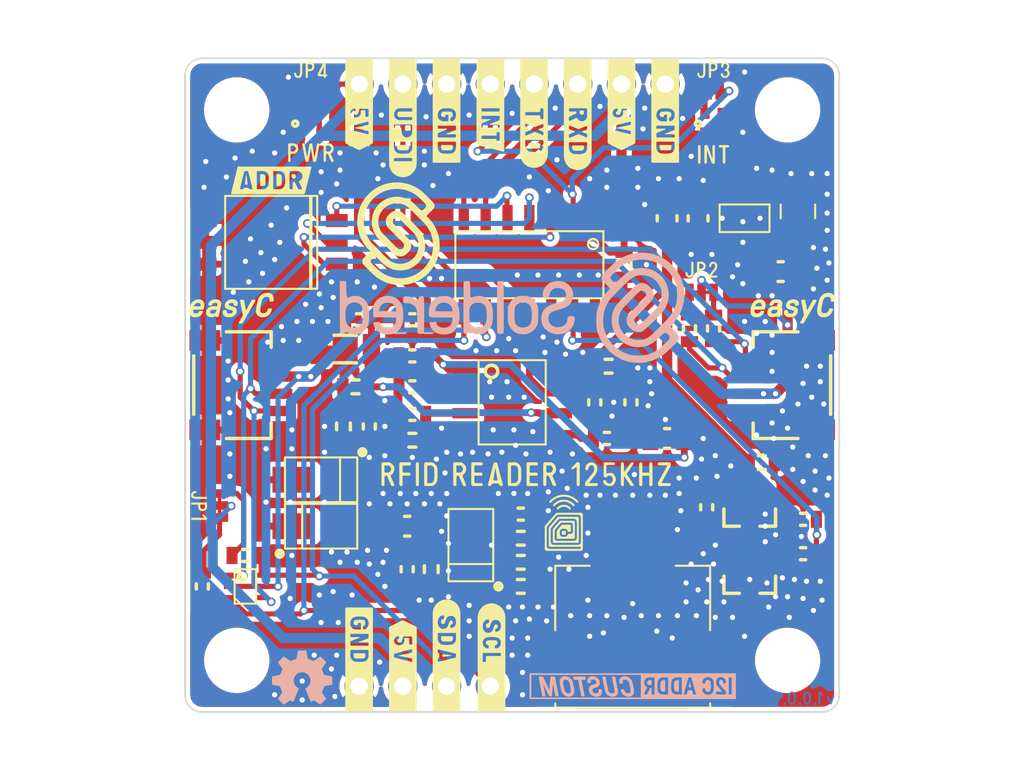
<source format=kicad_pcb>
(kicad_pcb (version 20211014) (generator pcbnew)
  (layers (0 "F.Cu" signal) (31 "B.Cu" signal) (34 "B.Paste" user) (35 "F.Paste" user) (36 "B.SilkS" user "B.Silkscreen") (37 "F.SilkS" user "F.Silkscreen") (38 "B.Mask" user) (39 "F.Mask" user) (44 "Edge.Cuts" user))
  (net 0 "")
  (net 1 "5V")
  (net 2 "GND")
  (net 3 "Net-(C3-Pad2)")
  (net 4 "Net-(C6-Pad2)")
  (net 5 "Net-(C7-Pad2)")
  (net 6 "Net-(C9-Pad2)")
  (net 7 "OUT1")
  (net 8 "Net-(C12-Pad2)")
  (net 9 "3V3")
  (net 10 "Net-(D1-Pad1)")
  (net 11 "Net-(D4-Pad1)")
  (net 12 "Net-(D5-Pad1)")
  (net 13 "SCL_PULL5")
  (net 14 "SDA_PULL5")
  (net 15 "SCL_PULL3,3")
  (net 16 "SDA_PULL3,3")
  (net 17 "DO")
  (net 18 "Net-(JP3-Pad2)")
  (net 19 "Net-(JP4-Pad2)")
  (net 20 "Net-(K1-Pad2)")
  (net 21 "UPDI")
  (net 22 "SCL")
  (net 23 "SDA")
  (net 24 "RXD")
  (net 25 "TXD")
  (net 26 "SDA5")
  (net 27 "SCL5")
  (net 28 "Net-(L1-Pad1)")
  (net 29 "Net-(Q1-Pad1)")
  (net 30 "Net-(Q1-Pad2)")
  (net 31 "Net-(Q2-Pad1)")
  (net 32 "PA3")
  (net 33 "REF")
  (net 34 "Net-(R11-Pad2)")
  (net 35 "Net-(R14-Pad2)")
  (net 36 "PA1")
  (net 37 "PA5")
  (net 38 "PA6")
  (net 39 "PA7")
  (footprint "buzzardLabel" (layer "F.Cu") (at 105.35 111.6 -90)
    (fp_text reference "")
    (fp_text value "")
  )
  (footprint "Soldered Graphics:Logo-Back-SolderedFULL-20mm" (layer "F.Cu") (at 99 126.5)
    (fp_text reference "REF**" hide)
    (fp_text value "Logo-Front-SolderedFULL-20mm" hide)
  )
  (footprint "e-radionica.com footprinti:0603R" (layer "F.Cu") (at 115.9 140.8 180)
    (fp_text reference "R2")
    (fp_text value "1K")
  )
  (footprint "e-radionica.com footprinti:0603C" (layer "F.Cu") (at 99.5 139.9)
    (fp_text reference "C3")
    (fp_text value "C0603C102K5RACTU")
  )
  (footprint "buzzardLabel" (layer "F.Cu") (at 90.11 111.6 -90)
    (fp_text reference "")
    (fp_text value "")
  )
  (footprint "e-radionica.com footprinti:HOLE_3.2mm" (layer "F.Cu") (at 115 115)
    (fp_text reference "H4" hide)
    (fp_text value "HOLE_3.2mm" hide)
  )
  (footprint "e-radionica.com footprinti:SOT-363" (layer "F.Cu") (at 83.5 142.7)
    (fp_text reference "U2")
    (fp_text value "NMOS-DUAL")
  )
  (footprint "e-radionica.com footprinti:SOT-23-3" (layer "F.Cu") (at 112.8 138.5 -90)
    (fp_text reference "Q1")
    (fp_text value "NPN")
  )
  (footprint "buzzardLabel" (layer "F.Cu") (at 95.19 111.6 -90)
    (fp_text reference "")
    (fp_text value "")
  )
  (footprint "e-radionica.com footprinti:0402R" (layer "F.Cu") (at 110.7 115.2)
    (fp_text reference "R16")
    (fp_text value "2k2")
  )
  (footprint "e-radionica.com footprinti:0603R" (layer "F.Cu") (at 90.7 133.4 -90)
    (fp_text reference "R10")
    (fp_text value "1M")
  )
  (footprint "buzzardLabel" (layer "F.Cu") (at 97.73 111.6 -90)
    (fp_text reference "")
    (fp_text value "")
  )
  (footprint "Soldered Graphics:Logo-Front-easyC-5mm" (layer "F.Cu") (at 82.7 126.5)
    (fp_text reference "G***" hide)
    (fp_text value "LOGO" hide)
  )
  (footprint "e-radionica.com footprinti:HOLE_3.2mm" (layer "F.Cu") (at 83 147)
    (fp_text reference "H1" hide)
    (fp_text value "HOLE_3.2mm" hide)
  )
  (footprint "buzzardLabel" (layer "F.Cu") (at 107.89 111.6 -90)
    (fp_text reference "")
    (fp_text value "")
  )
  (footprint "e-radionica.com footprinti:easyC-connector" (layer "F.Cu") (at 83.3 131 90)
    (fp_text reference "K5")
    (fp_text value "easyC-SMD")
  )
  (footprint "e-radionica.com footprinti:0805C" (layer "F.Cu") (at 114.6 124.4)
    (fp_text reference "C14")
    (fp_text value "C1608X7S1A475K080AC")
  )
  (footprint "e-radionica.com footprinti:0603R" (layer "F.Cu") (at 93.2 132.7)
    (fp_text reference "R12")
    (fp_text value "100K")
  )
  (footprint "e-radionica.com footprinti:HEADER-UPDI" (layer "F.Cu") (at 92.65 113.5)
    (fp_text reference "K2")
    (fp_text value "HEADER-UPDI")
  )
  (footprint "e-radionica.com footprinti:0603R" (layer "F.Cu") (at 115.9 138.8 180)
    (fp_text reference "R1")
    (fp_text value "1K")
  )
  (footprint "e-radionica.com footprinti:0603R" (layer "F.Cu") (at 93.2 131.1)
    (fp_text reference "R11")
    (fp_text value "1K")
  )
  (footprint "e-radionica.com footprinti:HOLE_3.2mm" (layer "F.Cu") (at 115 147)
    (fp_text reference "H2" hide)
    (fp_text value "HOLE_3.2mm" hide)
  )
  (footprint "e-radionica.com footprinti:0805C" (layer "F.Cu") (at 108 121.3 -90)
    (fp_text reference "C13")
    (fp_text value "CL10A226MP8NUNE")
  )
  (footprint "e-radionica.com footprinti:1206C" (layer "F.Cu") (at 89.3 128.9 180)
    (fp_text reference "C16")
    (fp_text value "10u")
  )
  (footprint "e-radionica.com footprinti:0603R" (layer "F.Cu") (at 81 142.7 -90)
    (fp_text reference "R4")
    (fp_text value "10K")
  )
  (footprint "e-radionica.com footprinti:tps613222a" (layer "F.Cu") (at 112.5 121.3 -90)
    (fp_text reference "U4")
    (fp_text value "TPS613222A")
  )
  (footprint "e-radionica.com footprinti:0603R" (layer "F.Cu") (at 90.1 127.2)
    (fp_text reference "R19")
    (fp_text value "1K")
  )
  (footprint "buzzardLabel" (layer "F.Cu") (at 92.65 150.4 -90)
    (fp_text reference "")
    (fp_text value "")
  )
  (footprint "e-radionica.com footprinti:SMD_JUMPER_3_PAD_TRACE" (layer "F.Cu") (at 82 138 90)
    (fp_text reference "JP1")
    (fp_text value "SMD_JUMPER_3_PAD_TRACE")
  )
  (footprint "e-radionica.com footprinti:0805C" (layer "F.Cu") (at 109.8 121.3 -90)
    (fp_text reference "C11")
    (fp_text value "CL10A226MP8NUNE")
  )
  (footprint "e-radionica.com footprinti:HEADER_MALE_5X1" (layer "F.Cu") (at 102.81 113.5 180)
    (fp_text reference "K4")
    (fp_text value "HEADER_MALE_5X1")
  )
  (footprint "e-radionica.com footprinti:M4_DIODA" (layer "F.Cu") (at 87.9 136.5)
    (fp_text reference "D2")
    (fp_text value "M4_DIODA")
  )
  (footprint "e-radionica.com footprinti:0603R" (layer "F.Cu") (at 105.9 132 90)
    (fp_text reference "R17")
    (fp_text value "1K")
  )
  (footprint "e-radionica.com footprinti:0402LED" (layer "F.Cu") (at 110.7 116.4 180)
    (fp_text reference "D4")
    (fp_text value "blue")
  )
  (footprint "buzzardLabel" (layer "F.Cu") (at 97.8 150.4 -90)
    (fp_text reference "")
    (fp_text value "")
  )
  (footprint "e-radionica.com footprinti:easyC-connector" (layer "F.Cu") (at 114.7 131 -90)
    (fp_text reference "K3")
    (fp_text value "easyC-SMD")
  )
  (footprint "e-radionica.com footprinti:SOIC-8-SWB" (layer "F.Cu") (at 99 132)
    (fp_text reference "U3")
    (fp_text value "LM358DR")
  )
  (footprint "buzzardLabel" (layer "F.Cu") (at 92.65 111.6 -90)
    (fp_text reference "")
    (fp_text value "")
  )
  (footprint "e-radionica.com footprinti:0603C" (layer "F.Cu") (at 89.2 133.4 -90)
    (fp_text reference "C8")
    (fp_text value "C0603C102K5RACTU")
  )
  (footprint "Soldered Graphics:Symbol-Front-RFID" (layer "F.Cu") (at 102 139)
    (fp_text reference "G***" hide)
    (fp_text value "LOGO" hide)
  )
  (footprint "e-radionica.com footprinti:0603C" (layer "F.Cu") (at 93.2 134.2)
    (fp_text reference "C9")
    (fp_text value "100n")
  )
  (footprint "e-radionica.com footprinti:HOLE_3.2mm" (layer "F.Cu") (at 83 115)
    (fp_text reference "H3" hide)
    (fp_text value "HOLE_3.2mm" hide)
  )
  (footprint "e-radionica.com footprinti:0603C" (layer "F.Cu") (at 113.5 135.5)
    (fp_text reference "C2")
    (fp_text value "100n")
  )
  (footprint "e-radionica.com footprinti:0603R" (layer "F.Cu") (at 103.8 132 90)
    (fp_text reference "R15")
    (fp_text value "1M")
  )
  (footprint "buzzardLabel" (layer "F.Cu") (at 100.27 111.6 -90)
    (fp_text reference "")
    (fp_text value "")
  )
  (footprint "e-radionica.com footprinti:0603R" (layer "F.Cu") (at 83.5 140.9 180)
    (fp_text reference "R6")
    (fp_text value "10K")
  )
  (footprint "e-radionica.com footprinti:SOT-23-3" (layer "F.Cu") (at 112.8 142.4 -90)
    (fp_text reference "Q2")
    (fp_text value "PNP")
  )
  (footprint "e-radionica.com footprinti:0402R" (layer "F.Cu") (at 87.3 115.2)
    (fp_text reference "R20")
    (fp_text value "2k2")
  )
  (footprint "e-radionica.com footprinti:HEADER_MALE_4X1" (layer "F.Cu") (at 93.92 148.5)
    (fp_text reference "K6")
    (fp_text value "HEADER_MALE_4X1")
  )
  (footprint "e-radionica.com footprinti:0805C" (layer "F.Cu") (at 92.9 139.2 180)
    (fp_text reference "C7")
    (fp_text value "CL21A475KBQNNNE")
  )
  (footprint "Soldered Graphics:Logo-Front-Soldered-6mm" (layer "F.Cu") (at 92.4 122.2)
    (fp_text reference "G***" hide)
    (fp_text value "LOGO" hide)
  )
  (footprint "e-radionica.com footprinti:0805C" (layer "F.Cu") (at 108 134.1 180)
    (fp_text reference "C12")
    (fp_text value "CL21A475KBQNNNE")
  )
  (footprint "e-radionica.com footprinti:M4_DIODA" (layer "F.Cu") (at 87.9 139.2 180)
    (fp_text reference "D3")
    (fp_text value "M4_DIODA")
  )
  (footprint "e-radionica.com footprinti:0603C" (layer "F.Cu") (at 105.5 124 -90)
    (fp_text reference "C1")
    (fp_text value "100n")
  )
  (footprint "buzzardLabel" (layer "F.Cu") (at 102.81 111.6 -90)
    (fp_text reference "")
    (fp_text value "")
  )
  (footprint "e-radionica.com footprinti:SMD_JUMPER_3_PAD_TRACE" (layer "F.Cu") (at 110 125.6 180)
    (fp_text reference "JP2")
    (fp_text value "SMD_JUMPER_3_PAD_TRACE")
  )
  (footprint "buzzardLabel" (layer "F.Cu") (at 110.7 112.7)
    (fp_text reference "")
    (fp_text value "")
  )
  (footprint "e-radionica.com footprinti:SMD-JUMPER-CONNECTED_TRACE_SLODERMASK" (layer "F.Cu") (at 87.3 113.9 180)
    (fp_text reference "JP4")
    (fp_text value "SMD-JUMPER-CONNECTED_TRACE_SLODERMASK")
  )
  (footprint "buzzardLabel" (layer "F.Cu") (at 87.3 117.5)
    (fp_text reference "")
    (fp_text value "")
  )
  (footprint "buzzardLabel" (layer "F.Cu") (at 110.7 117.6)
    (fp_text reference "")
    (fp_text value "")
  )
  (footprint "e-radionica.com footprinti:SMD-JUMPER-CONNECTED_TRACE_SLODERMASK" (layer "F.Cu") (at 110.7 113.9 180)
    (fp_text reference "JP3")
    (fp_text value "SMD-JUMPER-CONNECTED_TRACE_SLODERMASK")
  )
  (footprint "e-radionica.com footprinti:M4_DIODA" (layer "F.Cu") (at 96.6 140.3 -90)
    (fp_text reference "D1")
    (fp_text value "M4_DIODA")
  )
  (footprint "buzzardLabel" (layer "F.Cu") (at 80.8 138 -90)
    (fp_text reference "")
    (fp_text value "")
  )
  (footprint "buzzardLabel" (layer "F.Cu") (at 95.19 150.4 -90)
    (fp_text reference "")
    (fp_text value "")
  )
  (footprint "e-radionica.com footprinti:0603R" (layer "F.Cu") (at 109.3 127.7 -90)
    (fp_text reference "R3")
    (fp_text value "10K")
  )
  (footprint "e-radionica.com footprinti:FIDUCIAL_23" (layer "F.Cu") (at 106 147)
    (fp_text reference "FD1")
    (fp_text value "FIDUCIAL")
  )
  (footprint "e-radionica.com footprinti:0603C" (layer "F.Cu") (at 89.9 131.1 180)
    (fp_text reference "C15")
    (fp_text value "100n")
  )
  (footprint "e-radionica.com footprinti:0806L" (layer "F.Cu") (at 115.6 120.9 -90)
    (fp_text reference "L1")
    (fp_text value "DFE201612E-2R2M=P2")
  )
  (footprint "buzzardLabel" (layer "F.Cu") (at 85 119.1)
    (fp_text reference "")
    (fp_text value "")
  )
  (footprint "e-radionica.com footprinti:DSHP03TS-S" (layer "F.Cu") (at 85 122.7 180)
    (fp_text reference "K7")
    (fp_text value "DSHP03TS-S")
  )
  (footprint "e-radionica.com footprinti:0603R" (layer "F.Cu") (at 110.7 127.7 90)
    (fp_text reference "R7")
    (fp_text value "10K")
  )
  (footprint "e-radionica.com footprinti:0402LED" (layer "F.Cu") (at 87.3 116.4 180)
    (fp_text reference "D5")
    (fp_text value "blue")
  )
  (footprint "e-radionica.com footprinti:0603R" (layer "F.Cu") (at 92.9 141.7 90)
    (fp_text reference "R9")
    (fp_text value "1M")
  )
  (footprint "e-radionica.com footprinti:0603C" (layer "F.Cu") (at 104.6 129.9 180)
    (fp_text reference "C10")
    (fp_text value "100n")
  )
  (footprint "e-radionica.com footprinti:0603C" (layer "F.Cu") (at 99.5 141.3)
    (fp_text reference "C4")
    (fp_text value "C0603C102K5RACTU")
  )
  (footprint "buzzardLabel" (layer "F.Cu") (at 90.11 150.4 -90)
    (fp_text reference "")
    (fp_text value "")
  )
  (footprint "Soldered Graphics:Logo-Front-easyC-5mm" (layer "F.Cu") (at 115.3 126.5)
    (fp_text reference "G***" hide)
    (fp_text value "LOGO" hide)
  )
  (footprint "e-radionica.com footprinti:0603R" (layer "F.Cu") (at 104.5 134.1 180)
    (fp_text reference "R14")
    (fp_text value "1K")
  )
  (footprint "buzzardLabel" (layer "F.Cu") (at 110 124.3)
    (fp_text reference "")
    (fp_text value "")
  )
  (footprint "buzzardLabel" (layer "F.Cu") (at 99.8 136.2)
    (fp_text reference "")
    (fp_text value "")
  )
  (footprint "e-radionica.com footprinti:0603C" (layer "F.Cu") (at 94.3 141.7 90)
    (fp_text reference "C6")
    (fp_text value "C0603C102K5RACTU")
  )
  (footprint "e-radionica.com footprinti:0603R" (layer "F.Cu") (at 93.2 127.2)
    (fp_text reference "R18")
    (fp_text value "1K")
  )
  (footprint "e-radionica.com footprinti:S2B-XH-A" (layer "F.Cu") (at 106 144)
    (fp_text reference "K1")
    (fp_text value "S2B-XH-A")
  )
  (footprint "Soldered Graphics:Logo-Back-OSH-3.5mm" (layer "F.Cu") (at 86.8 148)
    (fp_text reference "G***" hide)
    (fp_text value "LOGO" hide)
  )
  (footprint "buzzardLabel" (layer "F.Cu") (at 87.3 112.7)
    (fp_text reference "")
    (fp_text value "")
  )
  (footprint "e-radionica.com footprinti:0603C" (layer "F.Cu") (at 99.5 142.7)
    (fp_text reference "C5")
    (fp_text value "C0603C102K5RACTU")
  )
  (footprint "e-radionica.com footprinti:0603R" (layer "F.Cu") (at 99.5 138.5 180)
    (fp_text reference "R8")
    (fp_text value "10")
  )
  (footprint "e-radionica.com footprinti:0603R" (layer "F.Cu") (at 110.3 138.1 -90)
    (fp_text reference "R5")
    (fp_text value "220")
  )
  (footprint "e-radionica.com footprinti:0603R" (layer "F.Cu") (at 93.2 129.3)
    (fp_text reference "R13")
    (fp_text value "1M")
  )
  (footprint "e-radionica.com footprinti:SOIC-14" (layer "F.Cu") (at 100 124 -90)
    (fp_text reference "U1")
    (fp_text value "ATTINY1604-SSNR")
  )
  (footprint "Soldered Graphics:Version1.0.0." (layer "B.Cu") (at 116.2 149.2 180)
    (fp_text reference "Ref**" hide)
    (fp_text value "Val**" hide)
  )
  (footprint "Soldered Graphics:Symbol-Front_I2C_ADDR_CUSTOM" (layer "B.Cu") (at 106 148.5 180)
    (fp_text reference "REF**" hide)
    (fp_text value "Symbol-Front_I2C_ADDR_CUSTOM" hide)
  )
  (gr_arc (start 118 149) (mid 117.707107 149.707107) (end 117 150) (layer "Edge.Cuts") (width 0.1))
  (gr_arc (start 81 150) (mid 80.292893 149.707107) (end 80 149) (layer "Edge.Cuts") (width 0.1))
  (gr_line (start 117 150) (end 81 150) (layer "Edge.Cuts") (width 0.1))
  (gr_line (start 81 112) (end 117 112) (layer "Edge.Cuts") (width 0.1))
  (gr_arc (start 80 113) (mid 80.292893 112.292893) (end 81 112) (layer "Edge.Cuts") (width 0.1))
  (gr_line (start 118 113) (end 118 149) (layer "Edge.Cuts") (width 0.1))
  (gr_arc (start 117 112) (mid 117.707107 112.292893) (end 118 113) (layer "Edge.Cuts") (width 0.1))
  (gr_line (start 80 149) (end 80 113) (layer "Edge.Cuts") (width 0.1))
  (segment (start 104.67 123.27) (end 103.81 122.41) (width 0.4) (layer "F.Cu") (net 1))
  (segment (start 103.87 129.43) (end 108 125.3) (width 0.4) (layer "F.Cu") (net 1))
  (segment (start 88.6 113.9) (end 89 113.5) (width 0.3) (layer "F.Cu") (net 1))
  (segment (start 108 122.275) (end 108 125) (width 0.6) (layer "F.Cu") (net 1))
  (segment (start 89 113.5) (end 90.11 113.5) (width 0.3) (layer "F.Cu") (net 1))
  (segment (start 105.35 113.5) (end 105.35 120.65) (width 0.6) (layer "F.Cu") (net 1))
  (segment (start 105.5 120.8) (end 105.35 120.65) (width 0.4) (layer "F.Cu") (net 1))
  (segment (start 111.225 122.275) (end 111.55 122.6) (width 0.6) (layer "F.Cu") (net 1))
  (segment (start 109.8 122.275) (end 111.225 122.275) (width 0.6) (layer "F.Cu") (net 1))
  (segment (start 93.975 126.075) (end 90.11 122.21) (width 0.6) (layer "F.Cu") (net 1))
  (segment (start 103.87 129.9) (end 103.87 129.43) (width 0.4) (layer "F.Cu") (net 1))
  (segment (start 109.8 122.275) (end 108 122.275) (width 0.6) (layer "F.Cu") (net 1))
  (segment (start 87.65 113.9) (end 88.6 113.9) (width 0.3) (layer "F.Cu") (net 1))
  (segment (start 108 125.3) (end 108 125) (width 0.4) (layer "F.Cu") (net 1))
  (segment (start 108 125) (end 108 130.73) (width 0.6) (layer "F.Cu") (net 1))
  (segment (start 82 138) (end 82.652178 138) (width 0.3) (layer "F.Cu") (net 1))
  (segment (start 90.11 122.21) (end 90.11 113.5) (width 0.6) (layer "F.Cu") (net 1))
  (segment (start 82.652178 138) (end 82.676089 138.023911) (width 0.3) (layer "F.Cu") (net 1))
  (segment (start 105.5 123.27) (end 104.67 123.27) (width 0.4) (layer "F.Cu") (net 1))
  (segment (start 112.8 139.7) (end 112.8 135.53) (width 0.4) (layer "F.Cu") (net 1))
  (segment (start 105.5 123.27) (end 105.5 120.8) (width 0.4) (layer "F.Cu") (net 1))
  (segment (start 102.97 129.9) (end 103.87 129.9) (width 0.4) (layer "F.Cu") (net 1))
  (segment (start 103.81 122.41) (end 103.81 121.3) (width 0.4) (layer "F.Cu") (net 1))
  (segment (start 107 122.3) (end 107.975 122.3) (width 0.6) (layer "F.Cu") (net 1))
  (segment (start 93.975 127.2) (end 93.975 126.075) (width 0.6) (layer "F.Cu") (net 1))
  (segment (start 108 130.73) (end 112.77 135.5) (width 0.6) (layer "F.Cu") (net 1))
  (segment (start 105.35 120.65) (end 107 122.3) (width 0.6) (layer "F.Cu") (net 1))
  (segment (start 102.775 130.095) (end 102.97 129.9) (width 0.4) (layer "F.Cu") (net 1))
  (segment (start 101.7 130.095) (end 102.775 130.095) (width 0.4) (layer "F.Cu") (net 1))
  (segment (start 112.8 135.53) (end 112.77 135.5) (width 0.4) (layer "F.Cu") (net 1))
  (segment (start 107.975 122.3) (end 108 122.275) (width 0.6) (layer "F.Cu") (net 1))
  (via (at 82.676089 138.023911) (size 0.5) (drill 0.3) (layers "F.Cu" "B.Cu") (net 1))
  (segment (start 91.3 145.7) (end 85.7 145.7) (width 0.6) (layer "B.Cu") (net 1))
  (segment (start 90.11 113.5) (end 90.11 114.29) (width 0.6) (layer "B.Cu") (net 1))
  (segment (start 92.65 147.05) (end 91.3 145.7) (width 0.6) (layer "B.Cu") (net 1))
  (segment (start 82.676089 138.023911) (end 81.6 139.1) (width 0.3) (layer "B.Cu") (net 1))
  (segment (start 105.35 114.95) (end 105.35 113.5) (width 0.6) (layer "B.Cu") (net 1))
  (segment (start 81.5 139.5) (end 81.5 122.9) (width 0.6) (layer "B.Cu") (net 1))
  (segment (start 92.65 148.5) (end 92.65 147.05) (width 0.6) (layer "B.Cu") (net 1))
  (segment (start 91.8 116.5) (end 103.8 116.5) (width 0.6) (layer "B.Cu") (net 1))
  (segment (start 81.6 141.6) (end 81.6 139.6) (width 0.6) (layer "B.Cu") (net 1))
  (segment (start 81.6 139.1) (end 81.6 139.6) (width 0.3) (layer "B.Cu") (net 1))
  (segment (start 85.7 145.7) (end 81.6 141.6) (width 0.6) (layer "B.Cu") (net 1))
  (segment (start 91.4 116.5) (end 91.8 116.5) (width 0.6) (layer "B.Cu") (net 1))
  (segment (start 90.11 114.29) (end 87.8 116.6) (width 0.6) (layer "B.Cu") (net 1))
  (segment (start 103.8 116.5) (end 105.35 114.95) (width 0.6) (layer "B.Cu") (net 1))
  (segment (start 87.9 116.5) (end 91.8 116.5) (width 0.6) (layer "B.Cu") (net 1))
  (segment (start 81.6 139.6) (end 81.5 139.5) (width 0.6) (layer "B.Cu") (net 1))
  (segment (start 81.5 122.9) (end 87.9 116.5) (width 0.6) (layer "B.Cu") (net 1))
  (via (at 88.6 125.9) (size 0.5) (drill 0.3) (layers "F.Cu" "B.Cu") (net 2))
  (via (at 88.7 149.1) (size 0.5) (drill 0.3) (layers "F.Cu" "B.Cu") (net 2))
  (via (at 106.7 114.9) (size 0.5) (drill 0.3) (layers "F.Cu" "B.Cu") (net 2))
  (via (at 113.7 127.3) (size 0.5) (drill 0.3) (layers "F.Cu" "B.Cu") (net 2))
  (via (at 90 141.3) (size 0.5) (drill 0.3) (layers "F.Cu" "B.Cu") (net 2))
  (via (at 116.5 144.1) (size 0.5) (drill 0.3) (layers "F.Cu" "B.Cu") (net 2))
  (via (at 94.6 135.3) (size 0.5) (drill 0.3) (layers "F.Cu" "B.Cu") (net 2))
  (via (at 108.9 115.5) (size 0.5) (drill 0.3) (layers "F.Cu" "B.Cu") (net 2))
  (via (at 86.8 148.2) (size 0.5) (drill 0.3) (layers "F.Cu" "B.Cu") (net 2))
  (via (at 113.2 133.9) (size 0.5) (drill 0.3) (layers "F.Cu" "B.Cu") (net 2))
  (via (at 95.2 138.6) (size 0.5) (drill 0.3) (layers "F.Cu" "B.Cu") (net 2))
  (via (at 106 137.4) (size 0.5) (drill 0.3) (layers "F.Cu" "B.Cu") (net 2))
  (via (at 116.9 142.4) (size 0.5) (drill 0.3) (layers "F.Cu" "B.Cu") (net 2))
  (via (at 110.1 134.1) (size 0.5) (drill 0.3) (layers "F.Cu" "B.Cu") (net 2))
  (via (at 106.8 124) (size 0.5) (drill 0.3) (layers "F.Cu" "B.Cu") (net 2))
  (via (at 106.3 118.4) (size 0.5) (drill 0.3) (layers "F.Cu" "B.Cu") (net 2))
  (via (at 94.9 139.5) (size 0.5) (drill 0.3) (layers "F.Cu" "B.Cu") (net 2))
  (via (at 115.3 134.6) (size 0.5) (drill 0.3) (layers "F.Cu" "B.Cu") (net 2))
  (via (at 86.2 133.6) (size 0.5) (drill 0.3) (layers "F.Cu" "B.Cu") (net 2))
  (via (at 108.6 144.4) (size 0.5) (drill 0.3) (layers "F.Cu" "B.Cu") (net 2))
  (via (at 90.7 135.2) (size 0.5) (drill 0.3) (layers "F.Cu" "B.Cu") (net 2))
  (via (at 92.9 137.9) (size 0.5) (drill 0.3) (layers "F.Cu" "B.Cu") (net 2))
  (via (at 103.4 138.1) (size 0.5) (drill 0.3) (layers "F.Cu" "B.Cu") (net 2))
  (via (at 88.8 146.7) (size 0.5) (drill 0.3) (layers "F.Cu" "B.Cu") (net 2))
  (via (at 112.4 125.1) (size 0.5) (drill 0.3) (layers "F.Cu" "B.Cu") (net 2))
  (via (at 86.1 143.4) (size 0.5) (drill 0.3) (layers "F.Cu" "B.Cu") (net 2))
  (via (at 116.1 129.9) (size 0.5) (drill 0.3) (layers "F.Cu" "B.Cu") (net 2))
  (via (at 87.9 126.5) (size 0.5) (drill 0.3) (layers "F.Cu" "B.Cu") (net 2))
  (via (at 89 141.3) (size 0.5) (drill 0.3) (layers "F.Cu" "B.Cu") (net 2))
  (via (at 109.8 142.9) (size 0.5) (drill 0.3) (layers "F.Cu" "B.Cu") (net 2))
  (via (at 113.2 128) (size 0.5) (drill 0.3) (layers "F.Cu" "B.Cu") (net 2))
  (via (at 92.5 137.3) (size 0.5) (drill 0.3) (layers "F.Cu" "B.Cu") (net 2))
  (via (at 88.6 143) (size 0.5) (drill 0.3) (layers "F.Cu" "B.Cu") (net 2))
  (via (at 102.4 144.4) (size 0.5) (drill 0.3) (layers "F.Cu" "B.Cu") (net 2))
  (via (at 94.2 124.8) (size 0.5) (drill 0.3) (layers "F.Cu" "B.Cu") (net 2))
  (via (at 89.4 140.7) (size 0.5) (drill 0.3) (layers "F.Cu" "B.Cu") (net 2))
  (via (at 94 115.4) (size 0.5) (drill 0.3) (layers "F.Cu" "B.Cu") (net 2))
  (via (at 82.5 130.7) (size 0.5) (drill 0.3) (layers "F.Cu" "B.Cu") (net 2))
  (via (at 115.4 142.3) (size 0.5) (drill 0.3) (layers "F.Cu" "B.Cu") (net 2))
  (via (at 116.9 129.9) (size 0.5) (drill 0.3) (layers "F.Cu" "B.Cu") (net 2))
  (via (at 111.2 121.3) (size 0.5) (drill 0.3) (layers "F.Cu" "B.Cu") (net 2))
  (via (at 88.5 125) (size 0.5) (drill 0.3) (layers "F.Cu" "B.Cu") (net 2))
  (via (at 89 117.5) (size 0.5) (drill 0.3) (layers "F.Cu" "B.Cu") (net 2))
  (via (at 100.2 133.7) (size 0.5) (drill 0.3) (layers "F.Cu" "B.Cu") (net 2))
  (via (at 86.5 127.3) (size 0.5) (drill 0.3) (layers "F.Cu" "B.Cu") (net 2))
  (via (at 82.5 131.8) (size 0.5) (drill 0.3) (layers "F.Cu" "B.Cu") (net 2))
  (via (at 109.7 144.4) (size 0.5) (drill 0.3) (layers "F.Cu" "B.Cu") (net 2))
  (via (at 116.6 136) (size 0.5) (drill 0.3) (layers "F.Cu" "B.Cu") (net 2))
  (via (at 87 126.3) (size 0.5) (drill 0.3) (layers "F.Cu" "B.Cu") (net 2))
  (via (at 110.3 143.6) (size 0.5) (drill 0.3) (layers "F.Cu" "B.Cu") (net 2))
  (via (at 87.4 127.3) (size 0.5) (drill 0.3) (layers "F.Cu" "B.Cu") (net 2))
  (via (at 99.9 137.3) (size 0.5) (drill 0.3) (layers "F.Cu" "B.Cu") (net 2))
  (via (at 111.2 142.4) (size 0.5) (drill 0.3) (layers "F.Cu" "B.Cu") (net 2))
  (via (at 84.7 137.8) (size 0.5) (drill 0.3) (layers "F.Cu" "B.Cu") (net 2))
  (via (at 108.7 136.4) (size 0.5) (drill 0.3) (layers "F.Cu" "B.Cu") (net 2))
  (via (at 95.2 134.9) (size 0.5) (drill 0.3) (layers "F.Cu" "B.Cu") (net 2))
  (via (at 109.4 117.7) (size 0.5) (drill 0.3) (layers "F.Cu" "B.Cu") (net 2))
  (via (at 95.2 137.3) (size 0.5) (drill 0.3) (layers "F.Cu" "B.Cu") (net 2))
  (via (at 110.6 123.4) (size 0.5) (drill 0.3) (layers "F.Cu" "B.Cu") (net 2))
  (via (at 106.9 132.2) (size 0.5) (drill 0.3) (layers "F.Cu" "B.Cu") (net 2))
  (via (at 107 130) (size 0.5) (drill 0.3) (layers "F.Cu" "B.Cu") (net 2))
  (via (at 90 125) (size 0.5) (drill 0.3) (layers "F.Cu" "B.Cu") (net 2))
  (via (at 106.3 130) (size 0.5) (drill 0.3) (layers "F.Cu" "B.Cu") (net 2))
  (via (at 81.2 118) (size 0.5) (drill 0.3) (layers "F.Cu" "B.Cu") (net 2))
  (via (at 99.1 133.6) (size 0.5) (drill 0.3) (layers "F.Cu" "B.Cu") (net 2))
  (via (at 102.9 124.6) (size 0.5) (drill 0.3) (layers "F.Cu" "B.Cu") (net 2))
  (via (at 99.2 134.5) (size 0.5) (drill 0.3) (layers "F.Cu" "B.Cu") (net 2))
  (via (at 97.6 135) (size 0.5) (drill 0.3) (layers "F.Cu" "B.Cu") (net 2))
  (via (at 95.3 141.8) (size 0.5) (drill 0.3) (layers "F.Cu" "B.Cu") (net 2))
  (via (at 115.3 135.9) (size 0.5) (drill 0.3) (layers "F.Cu" "B.Cu") (net 2))
  (via (at 94.8 137.9) (size 0.5) (drill 0.3) (layers "F.Cu" "B.Cu") (net 2))
  (via (at 88.5 140.7) (size 0.5) (drill 0.3) (layers "F.Cu" "B.Cu") (net 2))
  (via (at 109.4 123.4) (size 0.5) (drill 0.3) (layers "F.Cu" "B.Cu") (net 2))
  (via (at 110.1 119.1) (size 0.5) (drill 0.3) (layers "F.Cu" "B.Cu") (net 2))
  (via (at 101.6 128.5) (size 0.5) (drill 0.3) (layers "F.Cu" "B.Cu") (net 2))
  (via (at 93.2 135.2) (size 0.5) (drill 0.3) (layers "F.Cu" "B.Cu") (net 2))
  (via (at 85.6 127.6) (size 0.5) (drill 0.3) (layers "F.Cu" "B.Cu") (net 2))
  (via (at 98.2 137.3) (size 0.5) (drill 0.3) (layers "F.Cu" "B.Cu") (net 2))
  (via (at 89 118.5) (size 0.5) (drill 0.3) (layers "F.Cu" "B.Cu") (net 2))
  (via (at 117.3 118.7) (size 0.5) (drill 0.3) (layers "F.Cu" "B.Cu") (net 2))
  (via (at 113.7 138.5) (size 0.5) (drill 0.3) (layers "F.Cu" "B.Cu") (net 2))
  (via (at 93.9 137.9) (size 0.5) (drill 0.3) (layers "F.Cu" "B.Cu") (net 2))
  (via (at 112.5 112.8) (size 0.5) (drill 0.3) (layers "F.Cu" "B.Cu") (net 2))
  (via (at 91.5 118.2) (size 0.5) (drill 0.3) (layers "F.Cu" "B.Cu") (net 2))
  (via (at 112.4 116.3) (size 0.5) (drill 0.3) (layers "F.Cu" "B.Cu") (net 2))
  (via (at 117.3 124.9) (size 0.5) (drill 0.3) (layers "F.Cu" "B.Cu") (net 2))
  (via (at 97.8 131.7) (size 0.5) (drill 0.3) (layers "F.Cu" "B.Cu") (net 2))
  (via (at 117.3 121) (size 0.5) (drill 0.3) (layers "F.Cu" "B.Cu") (net 2))
  (via (at 103.3 137.4) (size 0.5) (drill 0.3) (layers "F.Cu" "B.Cu") (net 2))
  (via (at 97.8 140.3) (size 0.5) (drill 0.3) (layers "F.Cu" "B.Cu") (net 2))
  (via (at 101.2 134.9) (size 0.5) (drill 0.3) (layers "F.Cu" "B.Cu") (net 2))
  (via (at 86.2 134.7) (size 0.5) (drill 0.3) (layers "F.Cu" "B.Cu") (net 2))
  (via (at 101.2 141.7) (size 0.5) (drill 0.3) (layers "F.Cu" "B.Cu") (net 2))
  (via (at 117 143.5) (size 0.5) (drill 0.3) (layers "F.Cu" "B.Cu") (net 2))
  (via (at 106.1 136.2) (size 0.5) (drill 0.3) (layers "F.Cu" "B.Cu") (net 2))
  (via (at 104.9 132) (size 0.5) (drill 0.3) (layers "F.Cu" "B.Cu") (net 2))
  (via (at 96.5 115.3) (size 0.5) (drill 0.3) (layers "F.Cu" "B.Cu") (net 2))
  (via (at 115.9 136.6) (size 0.5) (drill 0.3) (layers "F.Cu" "B.Cu") (net 2))
  (via (at 83.9 117.4) (size 0.5) (drill 0.3) (layers "F.Cu" "B.Cu") (net 2))
  (via (at 108.7 119) (size 0.5) (drill 0.3) (layers "F.Cu" "B.Cu") (net 2))
  (via (at 96.5 143.8) (size 0.5) (drill 0.3) (layers "F.Cu" "B.Cu") (net 2))
  (via (at 99 145.7) (size 0.5) (drill 0.3) (layers "F.Cu" "B.Cu") (net 2))
  (via (at 96 135) (size 0.5) (drill 0.3) (layers "F.Cu" "B.Cu") (net 2))
  (via (at 103.1 129.1) (size 0.5) (drill 0.3) (layers "F.Cu" "B.Cu") (net 2))
  (via (at 94.9 124.8) (size 0.5) (drill 0.3) (layers "F.Cu" "B.Cu") (net 2))
  (via (at 95.3 143.3) (size 0.5) (drill 0.3) (layers "F.Cu" "B.Cu") (net 2))
  (via (at 91.6 133.4) (size 0.5) (drill 0.3) (layers "F.Cu" "B.Cu") (net 2))
  (via (at 115.1 144.5) (size 0.5) (drill 0.3) (layers "F.Cu" "B.Cu") (net 2))
  (via (at 95.3 140.2) (size 0.5) (drill 0.3) (layers "F.Cu" "B.Cu") (net 2))
  (via (at 94.3 143.5) (size 0.5) (drill 0.3) (layers "F.Cu" "B.Cu") (net 2))
  (via (at 114.1 118.5) (size 0.5) (drill 0.3) (layers "F.Cu" "B.Cu") (net 2))
  (via (at 106.5 144.4) (size 0.5) (drill 0.3) (layers "F.Cu" "B.Cu") (net 2))
  (via (at 84.7 134.7) (size 0.5) (drill 0.3) (layers "F.Cu" "B.Cu") (net 2))
  (via (at 110.1 140.8) (size 0.5) (drill 0.3) (layers "F.Cu" "B.Cu") (net 2))
  (via (at 100 118.9) (size 0.5) (drill 0.3) (layers "F.Cu" "B.Cu") (net 2))
  (via (at 84.4 123.3) (size 0.5) (drill 0.3) (layers "F.Cu" "B.Cu") (net 2))
  (via (at 109.4 141.4) (size 0.5) (drill 0.3) (layers "F.Cu" "B.Cu") (net 2))
  (via (at 113.7 140.1) (size 0.5) (drill 0.3) (layers "F.Cu" "B.Cu") (net 2))
  (via (at 88.1 133.4) (size 0.5) (drill 0.3) (layers "F.Cu" "B.Cu") (net 2))
  (via (at 100.5 124.6) (size 0.5) (drill 0.3) (layers "F.Cu" "B.Cu") (net 2))
  (via (at 102.1 129.2) (size 0.5) (drill 0.3) (layers "F.Cu" "B.Cu") (net 2))
  (via (at 98.8 131.7) (size 0.5) (drill 0.3) (layers "F.Cu" "B.Cu") (net 2))
  (via (at 94.9 133.5) (size 0.5) (drill 0.3) (layers "F.Cu" "B.Cu") (net 2))
  (via (at 103.5 119) (size 0.5) (drill 0.3) (layers "F.Cu" "B.Cu") (net 2))
  (via (at 102.3 141.7) (size 0.5) (drill 0.3) (layers "F.Cu" "B.Cu") (net 2))
  (via (at 98.8 128.3) (size 0.5) (drill 0.3) (layers "F.Cu" "B.Cu") (net 2))
  (via (at 83.5 123.8) (size 0.5) (drill 0.3) (layers "F.Cu" "B.Cu") (net 2))
  (via (at 96.5 144.7) (size 0.5) (drill 0.3) (layers "F.Cu" "B.Cu") (net 2))
  (via (at 117.3 122) (size 0.5) (drill 0.3) (layers "F.Cu" "B.Cu") (net 2))
  (via (at 104 124.6) (size 0.5) (drill 0.3) (layers "F.Cu" "B.Cu") (net 2))
  (via (at 101.7 141) (size 0.5) (drill 0.3) (layers "F.Cu" "B.Cu") (net 2))
  (via (at 89.7 143.2) (size 0.5) (drill 0.3) (layers "F.Cu" "B.Cu") (net 2))
  (via (at 91.2 119) (size 0.5) (drill 0.3) (layers "F.Cu" "B.Cu") (net 2))
  (via (at 106.6 116.1) (size 0.5) (drill 0.3) (layers "F.Cu" "B.Cu") (net 2))
  (via (at 116.6 137.1) (size 0.5) (drill 0.3) (layers "F.Cu" "B.Cu") (net 2))
  (via (at 114.7 142.2) (size 0.5) (drill 0.3) (layers "F.Cu" "B.Cu") (net 2))
  (via (at 98.4 134.9) (size 0.5) (drill 0.3) (layers "F.Cu" "B.Cu") (net 2))
  (via (at 113.3 125.8) (size 0.5) (drill 0.3) (layers "F.Cu" "B.Cu") (net 2))
  (via (at 116.2 135.1) (size 0.5) (drill 0.3) (layers "F.Cu" "B.Cu") (net 2))
  (via (at 85.2 117.5) (size 0.5) (drill 0.3) (layers "F.Cu" "B.Cu") (net 2))
  (via (at 114.1 125.8) (size 0.5) (drill 0.3) (layers "F.Cu" "B.Cu") (net 2))
  (via (at 116.7 124.2) (size 0.5) (drill 0.3) (layers "F.Cu" "B.Cu") (net 2))
  (via (at 112.8 142.3) (size 0.5) (drill 0.3) (layers "F.Cu" "B.Cu") (net 2))
  (via (at 101.9 136) (size 0.5) (drill 0.3) (layers "F.Cu" "B.Cu") (net 2))
  (via (at 99.9 145.7) (size 0.5) (drill 0.3) (layers "F.Cu" "B.Cu") (net 2))
  (via (at 82.4 118.9) (size 0.5) (drill 0.3) (layers "F.Cu" "B.Cu") (net 2))
  (via (at 88.5 147.5) (size 0.5) (drill 0.3) (layers "F.Cu" "B.Cu") (net 2))
  (via (at 104.5 144.4) (size 0.5) (drill 0.3) (layers "F.Cu" "B.Cu") (net 2))
  (via (at 84.8 128.5) (size 0.5) (drill 0.3) (layers "F.Cu" "B.Cu") (net 2))
  (via (at 107.5 144.4) (size 0.5) (drill 0.3) (layers "F.Cu" "B.Cu") (net 2))
  (via (at 98.8 143.9) (size 0.5) (drill 0.3) (layers "F.Cu" "B.Cu") (net 2))
  (via (at 88.9 144.8) (size 0.5) (drill 0.3) (layers "F.Cu" "B.Cu") (net 2))
  (via (at 88.8 119.3) (size 0.5) (drill 0.3) (layers "F.Cu" "B.Cu") (net 2))
  (via (at 87.9 118.6) (size 0.5) (drill 0.3) (layers "F.Cu" "B.Cu") (net 2))
  (via (at 115.2 118.7) (size 0.5) (drill 0.3) (layers "F.Cu" "B.Cu") (net 2))
  (via (at 104.1 137.4) (size 0.5) (drill 0.3) (layers "F.Cu" "B.Cu") (net 2))
  (via (at 82.5 129.6) (size 0.5) (drill 0.3) (layers "F.Cu" "B.Cu") (net 2))
  (via (at 82.6 132.6) (size 0.5) (drill 0.3) (layers "F.Cu" "B.Cu") (net 2))
  (via (at 115.9 143.4) (size 0.5) (drill 0.3) (layers "F.Cu" "B.Cu") (net 2))
  (via (at 84.5 124.5) (size 0.5) (drill 0.3) (layers "F.Cu" "B.Cu") (net 2))
  (via (at 96.9 129) (size 0.5) (drill 0.3) (layers "F.Cu" "B.Cu") (net 2))
  (via (at 112.1 124) (size 0.5) (drill 0.3) (layers "F.Cu" "B.Cu") (net 2))
  (via (at 117.3 137.4) (size 0.5) (drill 0.3) (layers "F.Cu" "B.Cu") (net 2))
  (via (at 85.2 149) (size 0.5) (drill 0.3) (layers "F.Cu" "B.Cu") (net 2))
  (via (at 109.7 136.4) (size 0.5) (drill 0.3) (layers "F.Cu" "B.Cu") (net 2))
  (via (at 116.4 131.7) (size 0.5) (drill 0.3) (layers "F.Cu" "B.Cu") (net 2))
  (via (at 86.1 137.8) (size 0.5) (drill 0.3) (layers "F.Cu" "B.Cu") (net 2))
  (via (at 107 137.4) (size 0.5) (drill 0.3) (layers "F.Cu" "B.Cu") (net 2))
  (via (at 115 133.5) (size 0.5) (drill 0.3) (layers "F.Cu" "B.Cu") (net 2))
  (via (at 116.1 142.4) (size 0.5) (drill 0.3) (layers "F.Cu" "B.Cu") (net 2))
  (via (at 117.4 136.4) (size 0.5) (drill 0.3) (layers "F.Cu" "B.Cu") (net 2))
  (via (at 90.6 140.6) (size 0.5) (drill 0.3) (layers "F.Cu" "B.Cu") (net 2))
  (via (at 102.2 137) (size 0.5) (drill 0.3) (layers "F.Cu" "B.Cu") (net 2))
  (via (at 91.1 117.5) (size 0.5) (drill 0.3) (layers "F.Cu" "B.Cu") (net 2))
  (via (at 99.2 129) (size 0.5) (drill 0.3) (layers "F.Cu" "B.Cu") (net 2))
  (via (at 99.6 147.7) (size 0.5) (drill 0.3) (layers "F.Cu" "B.Cu") (net 2))
  (via (at 86.8 149.3) (size 0.5) (drill 0.3) (layers "F.Cu" "B.Cu") (net 2))
  (via (at 106.7 120.5) (size 0.5) (drill 0.3) (layers "F.Cu" "B.Cu") (net 2))
  (via (at 104.1 114.8) (size 0.5) (drill 0.3) (layers "F.Cu" "B.Cu") (net 2))
  (via (at 85.9 120.7) (size 0.5) (drill 0.3) (layers "F.Cu" "B.Cu") (net 2))
  (via (at 87.8 125.7) (size 0.5) (drill 0.3) (layers "F.Cu" "B.Cu") (net 2))
  (via (at 114.3 139.7) (size 0.5) (drill 0.3) (layers "F.Cu" "B.Cu") (net 2))
  (via (at 93.4 137.3) (size 0.5) (drill 0.3) (layers "F.Cu" "B.Cu") (net 2))
  (via (at 81.1 119.5) (size 0.5) (drill 0.3) (layers "F.Cu" "B.Cu") (net 2))
  (via (at 99.1 137.3) (size 0.5) (drill 0.3) (layers "F.Cu" "B.Cu") (net 2))
  (via (at 99.6 143.9) (size 0.5) (drill 0.3) (layers "F.Cu" "B.Cu") (net 2))
  (via (at 95.1 136.1) (size 0.5) (drill 0.3) (layers "F.Cu" "B.Cu") (net 2))
  (via (at 91.4 115.3) (size 0.5) (drill 0.3) (layers "F.Cu" "B.Cu") (net 2))
  (via (at 82.6 136.3) (size 0.5) (drill 0.3) (layers "F.Cu" "B.Cu") (net 2))
  (via (at 88.1 137.8) (size 0.5) (drill 0.3) (layers "F.Cu" "B.Cu") (net 2))
  (via (at 100.8 128.2) (size 0.5) (drill 0.3) (layers "F.Cu" "B.Cu") (net 2))
  (via (at 108.6 139.4) (size 0.5) (drill 0.3) (layers "F.Cu" "B.Cu") (net 2))
  (via (at 101.1 119.7) (size 0.5) (drill 0.3) (layers "F.Cu" "B.Cu") (net 2))
  (via (at 111.7 135.7) (size 0.5) (drill 0.3) (layers "F.Cu" "B.Cu") (net 2))
  (via (at 117.2 135.1) (size 0.5) (drill 0.3) (layers "F.Cu" "B.Cu") (net 2))
  (via (at 93.9 118.2) (size 0.5) (drill 0.3) (layers "F.Cu" "B.Cu") (net 2))
  (via (at 113.7 139.2) (size 0.5) (drill 0.3) (layers "F.Cu" "B.Cu") (net 2))
  (via (at 86.6 128.4) (size 0.5) (drill 0.3) (layers "F.Cu" "B.Cu") (net 2))
  (via (at 95.3 118.7) (size 0.5) (drill 0.3) (layers "F.Cu" "B.Cu") (net 2))
  (via (at 99.3 124.6) (size 0.5) (drill 0.3) (layers "F.Cu" "B.Cu") (net 2))
  (via (at 101.5 114.9) (size 0.5) (drill 0.3) (layers "F.Cu" "B.Cu") (net 2))
  (via (at 111.8 144.5) (size 0.5) (drill 0.3) (layers "F.Cu" "B.Cu") (net 2))
  (via (at 110.4 142.3) (size 0.5) (drill 0.3) (layers "F.Cu" "B.Cu") (net 2))
  (via (at 99.8 135) (size 0.5) (drill 0.3) (layers "F.Cu" "B.Cu") (net 2))
  (via (at 98.7 130.8) (size 0.5) (drill 0.3) (layers "F.Cu" "B.Cu") (net 2))
  (via (at 101 144.7) (size 0.5) (drill 0.3) (layers "F.Cu" "B.Cu") (net 2))
  (via (at 107.4 145.3) (size 0.5) (drill 0.3) (layers "F.Cu" "B.Cu") (net 2))
  (via (at 111.8 124.7) (size 0.5) (drill 0.3) (layers "F.Cu" "B.Cu") (net 2))
  (via (at 91.6 142.7) (size 0.5) (drill 0.3) (layers "F.Cu" "B.Cu") (net 2))
  (via (at 113.9 143.9) (size 0.5) (drill 0.3) (layers "F.Cu" "B.Cu") (net 2))
  (via (at 108.7 137.3) (size 0.5) (drill 0.3) (layers "F.Cu" "B.Cu") (net 2))
  (via (at 112.4 121.5) (size 0.5) (drill 0.3) (layers "F.Cu" "B.Cu") (net 2))
  (via (at 110.8 135.1) (size 0.5) (drill 0.3) (layers "F.Cu" "B.Cu") (net 2))
  (via (at 113.2 118.4) (size 0.5) (drill 0.3) (layers "F.Cu" "B.Cu") (net 2))
  (via (at 104.5 118.5) (size 0.5) (drill 0.3) (layers "F.Cu" "B.Cu") (net 2))
  (via (at 106 143.7) (size 0.5) (drill 0.3) (layers "F.Cu" "B.Cu") (net 2))
  (via (at 112.4 122.7) (size 0.5) (drill 0.3) (layers "F.Cu" "B.Cu") (net 2))
  (via (at 105 137.4) (size 0.5) (drill 0.3) (layers "F.Cu" "B.Cu") (net 2))
  (via (at 101.1 138.3) (size 0.5) (drill 0.3) (layers "F.Cu" "B.Cu") (net 2))
  (via (at 103.4 139.6) (size 0.5) (drill 0.3) (layers "F.Cu" "B.Cu") (net 2))
  (via (at 102.5 135) (size 0.5) (drill 0.3) (layers "F.Cu" "B.Cu") (net 2))
  (via (at 86 113.1) (size 0.5) (drill 0.3) (layers "F.Cu" "B.Cu") (net 2))
  (via (at 91 125.3) (size 0.5) (drill 0.3) (layers "F.Cu" "B.Cu") (net 2))
  (via (at 99 115.2) (size 0.5) (drill 0.3) (layers "F.Cu" "B.Cu") (net 2))
  (via (at 114.1 129.1) (size 0.5) (drill 0.3) (layers "F.Cu" "B.Cu") (net 2))
  (via (at 104.3 145.4) (size 0.5) (drill 0.3) (layers "F.Cu" "B.Cu") (net 2))
  (via (at 85.7 128.4) (size 0.5) (drill 0.3) (layers "F.Cu" "B.Cu") (net 2))
  (via (at 85.7 116.3) (size 0.5) (drill 0.3) (layers "F.Cu" "B.Cu") (net 2))
  (via (at 113.8 142.5) (size 0.5) (drill 0.3) (layers "F.Cu" "B.Cu") (net 2))
  (via (at 91.5 141.3) (size 0.5) (drill 0.3) (layers "F.Cu" "B.Cu") (net 2))
  (via (at 117.4 123.9) (size 0.5) (drill 0.3) (layers "F.Cu" "B.Cu") (net 2))
  (via (at 90.7 137.9) (size 0.5) (drill 0.3) (layers "F.Cu" "B.Cu") (net 2))
  (via (at 91.6 131.9) (size 0.5) (drill 0.3) (layers "F.Cu" "B.Cu") (net 2))
  (via (at 100 144.6) (size 0.5) (drill 0.3) (layers "F.Cu" "B.Cu") (net 2))
  (via (at 100.9 129.1) (size 0.5) (drill 0.3) (layers "F.Cu" "B.Cu") (net 2))
  (via (at 83.7 125) (size 0.5) (drill 0.3) (layers "F.Cu" "B.Cu") (net 2))
  (via (at 115.9 130.9) (size 0.5) (drill 0.3) (layers "F.Cu" "B.Cu") (net 2))
  (via (at 93.6 143.5) (size 0.5) (drill 0.3) (layers "F.Cu" "B.Cu") (net 2))
  (via (at 104.5 119.5) (size 0.5) (drill 0.3) (layers "F.Cu" "B.Cu") (net 2))
  (via (at 82.6 135) (size 0.5) (drill 0.3) (layers "F.Cu" "B.Cu") (net 2))
  (via (at 110 135.3) (size 0.5) (drill 0.3) (layers "F.Cu" "B.Cu") (net 2))
  (via (at 87.8 143.2) (size 0.5) (drill 0.3) (layers "F.Cu" "B.Cu") (net 2))
  (via (at 87.9 119.8) (size 0.5) (drill 0.3) (layers "F.Cu" "B.Cu") (net 2))
  (via (at 110.8 140.3) (size 0.5) (drill 0.3) (layers "F.Cu" "B.Cu") (net 2))
  (via (at 85 121.7) (size 0.5) (drill 0.3) (layers "F.Cu" "B.Cu") (net 2))
  (via (at 107.9 137.4) (size 0.5) (drill 0.3) (layers "F.Cu" "B.Cu") (net 2))
  (via (at 107 130.8) (size 0.5) (drill 0.3) (layers "F.Cu" "B.Cu") (net 2))
  (via (at 98.1 129) (size 0.5) (drill 0.3) (layers "F.Cu" "B.Cu") (net 2))
  (via (at 103.3 140.9) (size 0.5) (drill 0.3) (layers "F.Cu" "B.Cu") (net 2))
  (via (at 99.9 146.7) (size 0.5) (drill 0.3) (layers "F.Cu" "B.Cu") (net 2))
  (via (at 91.6 135.1) (size 0.5) (drill 0.3) (layers "F.Cu" "B.Cu") (net 2))
  (via (at 91.3 147.1) (size 0.5) (drill 0.3) (layers "F.Cu" "B.Cu") (net 2))
  (via (at 91.2 142) (size 0.5) (drill 0.3) (layers "F.Cu" "B.Cu") (net 2))
  (via (at 112.5 145.6) (size 0.5) (drill 0.3) (layers "F.Cu" "B.Cu") (net 2))
  (via (at 99.6 149) (size 0.5) (drill 0.3) (layers "F.Cu" "B.Cu") (net 2))
  (via (at 97.9 133.6) (size 0.5) (drill 0.3) (layers "F.Cu" "B.Cu") (net 2))
  (via (at 115.6 132.1) (size 0.5) (drill 0.3) (layers "F.Cu" "B.Cu") (net 2))
  (via (at 91.9 137.9) (size 0.5) (drill 0.3) (layers "F.Cu" "B.Cu") (net 2))
  (via (at 107.5 119) (size 0.5) (drill 0.3) (layers "F.Cu" "B.Cu") (net 2))
  (via (at 114.7 132.5) (size 0.5) (drill 0.3) (layers "F.Cu" "B.Cu") (net 2))
  (via (at 82.9 117.8) (size 0.5) (drill 0.3) (layers "F.Cu" "B.Cu") (net 2))
  (via (at 111.3 143.6) (size 0.5) (drill 0.3) (layers "F.Cu" "B.Cu") (net 2))
  (via (at 109.1 143.6) (size 0.5) (drill 0.3) (layers "F.Cu" "B.Cu") (net 2))
  (via (at 110.8 144.5) (size 0.5) (drill 0.3) (layers "F.Cu" "B.Cu") (net 2))
  (via (at 86.2 140.9) (size 0.5) (drill 0.3) (layers "F.Cu" "B.Cu") (net 2))
  (via (at 88.1 134.9) (size 0.5) (drill 0.3) (layers "F.Cu" "B.Cu") (net 2))
  (via (at 103.4 143.5) (size 0.5) (drill 0.3) (layers "F.Cu" "B.Cu") (net 2))
  (via (at 96.5 145.6) (size 0.5) (drill 0.3) (layers "F.Cu" "B.Cu") (net 2))
  (via (at 94.4 119.4) (size 0.5) (drill 0.3) (layers "F.Cu" "B.Cu") (net 2))
  (via (at 87.9 144.8) (size 0.5) (drill 0.3) (layers "F.Cu" "B.Cu") (net 2))
  (via (at 88.3 127.3) (size 0.5) (drill 0.3) (layers "F.Cu" "B.Cu") (net 2))
  (via (at 109.1 142.5) (size 0.5) (drill 0.3) (layers "F.Cu" "B.Cu") (net 2))
  (via (at 101.4 143.9) (size 0.5) (drill 0.3) (layers "F.Cu" "B.Cu") (net 2))
  (via (at 107.9 133) (size 0.5) (drill 0.3) (layers "F.Cu" "B.Cu") (net 2))
  (via (at 85.5 122.7) (size 0.5) (drill 0.3) (layers "F.Cu" "B.Cu") (net 2))
  (via (at 114.1 130.2) (size 0.5) (drill 0.3) (layers "F.Cu" "B.Cu") (net 2))
  (via (at 116.4 118.7) (size 0.5) (drill 0.3) (layers "F.Cu" "B.Cu") (net 2))
  (via (at 116.5 123) (size 0.5) (drill 0.3) (layers "F.Cu" "B.Cu") (net 2))
  (via (at 93.9 117.4) (size 0.5) (drill 0.3) (layers "F.Cu" "B.Cu") (net 2))
  (via (at 114.1 128.1) (size 0.5) (drill 0.3) (layers "F.Cu" "B.Cu") (net 2))
  (via (at 94.3 137.3) (size 0.5) (drill 0.3) (layers "F.Cu" "B.Cu") (net 2))
  (via (at 114.2 134.1) (size 0.5) (drill 0.3) (layers "F.Cu" "B.Cu") (net 2))
  (via (at 116.5 125.4) (size 0.5) (drill 0.3) (layers "F.Cu" "B.Cu") (net 2))
  (via (at 112.5 127.3) (size 0.5) (drill 0.3) (layers "F.Cu" "B.Cu") (net 2))
  (via (at 103.5 145.6) (size 0.5) (drill 0.3) (layers "F.Cu" "B.Cu") (net 2))
  (via (at 114.3 143.3) (size 0.5) (drill 0.3) (layers "F.Cu" "B.Cu") (net 2))
  (via (at 117.2 123.1) (size 0.5) (drill 0.3) (layers "F.Cu" "B.Cu") (net 2))
  (via (at 91.7 140.6) (size 0.5) (drill 0.3) (layers "F.Cu" "B.Cu") (net 2))
  (via (at 116.9 130.8) (size 0.5) (drill 0.3) (layers "F.Cu" "B.Cu") (net 2))
  (via (at 110.9 136.3) (size 0.5) (drill 0.3) (layers "F.Cu" "B.Cu") (net 2))
  (via (at 105.5 144.5) (size 0.5) (drill 0.3) (layers "F.Cu" "B.Cu") (net 2))
  (via (at 87.5 146.7) (size 0.5) (drill 0.3) (layers "F.Cu" "B.Cu") (net 2))
  (via (at 99.7 131.7) (size 0.5) (drill 0.3) (layers "F.Cu" "B.Cu") (net 2))
  (via (at 101.6 117.9) (size 0.5) (drill 0.3) (layers "F.Cu" "B.Cu") (net 2))
  (via (at 108.8 138.3) (size 0.5) (drill 0.3) (layers "F.Cu" "B.Cu") (net 2))
  (via (at 103.5 144.4) (size 0.5) (drill 0.3) (layers "F.Cu" "B.Cu") (net 2))
  (via (at 115 143.3) (size 0.5) (drill 0.3) (layers "F.Cu" "B.Cu") (net 2))
  (via (at 90.7 141.4) (size 0.5) (drill 0.3) (layers "F.Cu" "B.Cu") (net 2))
  (via (at 113.4 121.3) (size 0.5) (drill 0.3) (layers "F.Cu" "B.Cu") (net 2))
  (via (at 117.1 132.1) (size 0.5) (drill 0.3) (layers "F.Cu" "B.Cu") (net 2))
  (via (at 101.7 124.6) (size 0.5) (drill 0.3) (layers "F.Cu" "B.Cu") (net 2))
  (via (at 110.7 141.4) (size 0.5) (drill 0.3) (layers "F.Cu" "B.Cu") (net 2))
  (via (at 83.8 122.5) (size 0.5) (drill 0.3) (layers "F.Cu" "B.Cu") (net 2))
  (via (at 85.2 123.7) (size 0.5) (drill 0.3) (layers "F.Cu" "B.Cu") (net 2))
  (via (at 117.3 119.9) (size 0.5) (drill 0.3) (layers "F.Cu" "B.Cu") (net 2))
  (via (at 108.3 145.7) (size 0.5) (drill 0.3) (layers "F.Cu" "B.Cu") (net 2))
  (via (at 99 146.7) (size 0.5) (drill 0.3) (layers "F.Cu" "B.Cu") (net 2))
  (via (at 115.8 139.8) (size 0.5) (drill 0.3) (layers "F.Cu" "B.Cu") (net 2))
  (via (at 82.8 125.6) (size 0.5) (drill 0.3) (layers "F.Cu" "B.Cu") (net 2))
  (via (at 99.2 144.7) (size 0.5) (drill 0.3) (layers "F.Cu" "B.Cu") (net 2))
  (via (at 106.3 119.5) (size 0.5) (drill 0.3) (layers "F.Cu" "B.Cu") (net 2))
  (via (at 104.8 132.8) (size 0.5) (drill 0.3) (layers "F.Cu" "B.Cu") (net 2))
  (via (at 97.7 130.8) (size 0.5) (drill 0.3) (layers "F.Cu" "B.Cu") (net 2))
  (via (at 114.1 133.2) (size 0.5) (drill 0.3) (layers "F.Cu" "B.Cu") (net 2))
  (via (at 101.1 137.2) (size 0.5) (drill 0.3) (layers "F.Cu" "B.Cu") (net 2))
  (via (at 100.5 143.9) (size 0.5) (drill 0.3) (layers "F.Cu" "B.Cu") (net 2))
  (via (at 107.1 131.5) (size 0.5) (drill 0.3) (layers "F.Cu" "B.Cu") (net 2))
  (via (at 96.7 134.9) (size 0.5) (drill 0.3) (layers "F.Cu" "B.Cu") (net 2))
  (via (at 91.5 137.3) (size 0.5) (drill 0.3) (layers "F.Cu" "B.Cu") (net 2))
  (segment (start 100.2 142.7) (end 100.2 138.525) (width 0.4) (layer "F.Cu") (net 3))
  (segment (start 104.75 140.6) (end 102.65 142.7) (width 0.4) (layer "F.Cu") (net 3))
  (segment (start 102.65 142.7) (end 100.2 142.7) (width 0.4) (layer "F.Cu") (net 3))
  (segment (start 100.2 138.525) (end 100.175 138.5) (width 0.4) (layer "F.Cu") (net 3))
  (segment (start 92.9 140.925) (end 94.255 140.925) (width 0.4) (layer "F.Cu") (net 4))
  (segment (start 93.875 139.425) (end 92.9 140.4) (width 0.4) (layer "F.Cu") (net 4))
  (segment (start 93.875 139.2) (end 93.875 139.425) (width 0.4) (layer "F.Cu") (net 4))
  (segment (start 92.9 140.4) (end 92.9 140.925) (width 0.4) (layer "F.Cu") (net 4))
  (segment (start 94.3 140.97) (end 95.67 140.97) (width 0.4) (layer "F.Cu") (net 4))
  (segment (start 94.255 140.925) (end 94.3 140.97) (width 0.4) (layer "F.Cu") (net 4))
  (segment (start 95.67 140.97) (end 96.6 141.9) (width 0.4) (layer "F.Cu") (net 4))
  (segment (start 89.2 136.2) (end 89.5 136.5) (width 0.4) (layer "F.Cu") (net 5))
  (segment (start 89.2 134.13) (end 90.655 134.13) (width 0.4) (layer "F.Cu") (net 5))
  (segment (start 91.925 139.2) (end 89.5 139.2) (width 0.4) (layer "F.Cu") (net 5))
  (segment (start 89.5 139.2) (end 89.5 136.5) (width 0.4) (layer "F.Cu") (net 5))
  (segment (start 92.47 134.2) (end 90.725 134.2) (width 0.4) (layer "F.Cu") (net 5))
  (segment (start 89.2 134.13) (end 89.2 136.2) (width 0.4) (layer "F.Cu") (net 5))
  (segment (start 90.725 134.2) (end 90.7 134.175) (width 0.4) (layer "F.Cu") (net 5))
  (segment (start 90.655 134.13) (end 90.7 134.175) (width 0.4) (layer "F.Cu") (net 5))
  (segment (start 93.93 132.745) (end 93.975 132.7) (width 0.4) (layer "F.Cu") (net 6))
  (segment (start 93.93 134.2) (end 93.93 132.745) (width 0.4) (layer "F.Cu") (net 6))
  (segment (start 94.04 132.635) (end 93.975 132.7) (width 0.4) (layer "F.Cu") (net 6))
  (segment (start 96.3 132.635) (end 94.04 132.635) (width 0.4) (layer "F.Cu") (net 6))
  (segment (start 93.975 129.3) (end 94.5 129.3) (width 0.4) (layer "F.Cu") (net 7))
  (segment (start 109 134.125) (end 108.975 134.1) (width 0.4) (layer "F.Cu") (net 7))
  (segment (start 95.295 130.095) (end 96.3 130.095) (width 0.4) (layer "F.Cu") (net 7))
  (segment (start 94.5 129.3) (end 95.295 130.095) (width 0.4) (layer "F.Cu") (net 7))
  (segment (start 109 135.2) (end 109 134.125) (width 0.4) (layer "F.Cu") (net 7))
  (via (at 95 129.8) (size 0.5) (drill 0.3) (layers "F.Cu" "B.Cu") (net 7))
  (via (at 109 135.2) (size 0.5) (drill 0.3) (layers "F.Cu" "B.Cu") (net 7))
  (segment (start 95 129.8) (end 98.9 129.8) (width 0.4) (layer "B.Cu") (net 7))
  (segment (start 98.9 129.8) (end 104.3 135.2) (width 0.4) (layer "B.Cu") (net 7))
  (segment (start 104.3 135.2) (end 109 135.2) (width 0.4) (layer "B.Cu") (net 7))
  (segment (start 105.275 134.1) (end 107.025 134.1) (width 0.4) (layer "F.Cu") (net 8))
  (segment (start 115.575 125.725) (end 115.575 124.4) (width 0.6) (layer "F.Cu") (net 9))
  (segment (start 86.6 130.5) (end 87.3 130.5) (width 0.6) (layer "F.Cu") (net 9))
  (segment (start 85.45 130.5) (end 86.6 130.5) (width 0.6) (layer "F.Cu") (net 9))
  (segment (start 113.6 131.5) (end 114.3 131.5) (width 0.6) (layer "F.Cu") (net 9))
  (segment (start 115 126.3) (end 115.575 125.725) (width 0.6) (layer "F.Cu") (net 9))
  (segment (start 115.575 121.825) (end 115.6 121.8) (width 0.6) (layer "F.Cu") (net 9))
  (segment (start 115.575 124.4) (end 115.575 121.825) (width 0.6) (layer "F.Cu") (net 9))
  (segment (start 115 130.8) (end 115 126.3) (width 0.6) (layer "F.Cu") (net 9))
  (segment (start 110 124.9) (end 110 125.6) (width 0.3) (layer "F.Cu") (net 9))
  (segment (start 85.4 142.7) (end 84.42 142.7) (width 0.3) (layer "F.Cu") (net 9))
  (segment (start 112.55 131.5) (end 113.6 131.5) (width 0.6) (layer "F.Cu") (net 9))
  (segment (start 114.3 131.5) (end 115 130.8) (width 0.6) (layer "F.Cu") (net 9))
  (segment (start 82.58 142.7) (end 84.42 142.7) (width 0.3) (layer "F.Cu") (net 9))
  (via (at 115 127.5) (size 0.5) (drill 0.3) (layers "F.Cu" "B.Cu") (net 9))
  (via (at 113.6 131.5) (size 0.5) (drill 0.3) (layers "F.Cu" "B.Cu") (net 9))
  (via (at 110 124.9) (size 0.5) (drill 0.3) (layers "F.Cu" "B.Cu") (net 9))
  (via (at 86.6 130.5) (size 0.5) (drill 0.3) (layers "F.Cu" "B.Cu") (net 9))
  (via (at 114.3 131.5) (size 0.5) (drill 0.3) (layers "F.Cu" "B.Cu") (net 9))
  (via (at 85.4 142.7) (size 0.5) (drill 0.3) (layers "F.Cu" "B.Cu") (net 9))
  (via (at 87.3 130.5) (size 0.5) (drill 0.3) (layers "F.Cu" "B.Cu") (net 9))
  (segment (start 113.6 131.5) (end 114.3 131.5) (width 0.6) (layer "B.Cu") (net 9))
  (segment (start 113.899511 126.399511) (end 111.499511 126.399511) (width 0.3) (layer "B.Cu") (net 9))
  (segment (start 86.6 130.5) (end 87.3 130.5) (width 0.6) (layer "B.Cu") (net 9))
  (segment (start 111.499511 126.399511) (end 110 124.9) (width 0.3) (layer "B.Cu") (net 9))
  (segment (start 86.55 130.45) (end 86.6 130.5) (width 0.3) (layer "B.Cu") (net 9))
  (segment (start 105.3 125.6) (end 111.2 131.5) (width 0.6) (layer "B.Cu") (net 9))
  (segment (start 92.2 125.6) (end 105.3 125.6) (width 0.6) (layer "B.Cu") (net 9))
  (segment (start 85.4 131.7) (end 86.6 130.5) (width 0.3) (layer "B.Cu") (net 9))
  (segment (start 111.2 131.5) (end 113.6 131.5) (width 0.6) (layer "B.Cu") (net 9))
  (segment (start 115 127.5) (end 113.899511 126.399511) (width 0.3) (layer "B.Cu") (net 9))
  (segment (start 87.3 130.5) (end 92.2 125.6) (width 0.6) (layer "B.Cu") (net 9))
  (segment (start 85.4 142.7) (end 85.4 131.7) (width 0.3) (layer "B.Cu") (net 9))
  (segment (start 96.8 138.5) (end 96.6 138.7) (width 0.4) (layer "F.Cu") (net 10))
  (segment (start 98.625 138.5) (end 96.8 138.5) (width 0.4) (layer "F.Cu") (net 10))
  (segment (start 111.2 116.35) (end 111.25 116.4) (width 0.3) (layer "F.Cu") (net 11))
  (segment (start 111.2 115.2) (end 111.2 116.35) (width 0.3) (layer "F.Cu") (net 11))
  (segment (start 87.8 115.2) (end 87.8 116.35) (width 0.3) (layer "F.Cu") (net 12))
  (segment (start 87.8 116.35) (end 87.85 116.4) (width 0.3) (layer "F.Cu") (net 12))
  (segment (start 81.1 140.6) (end 81.1 141.925) (width 0.3) (layer "F.Cu") (net 13))
  (segment (start 82 138.7) (end 82 139.7) (width 0.3) (layer "F.Cu") (net 13))
  (segment (start 82 139.7) (end 81.1 140.6) (width 0.3) (layer "F.Cu") (net 13))
  (segment (start 83.4 140.225) (end 82.725 140.9) (width 0.3) (layer "F.Cu") (net 14))
  (segment (start 83 137.3) (end 83.4 137.7) (width 0.3) (layer "F.Cu") (net 14))
  (segment (start 82 137.3) (end 83 137.3) (width 0.3) (layer "F.Cu") (net 14))
  (segment (start 83.4 137.7) (end 83.4 140.225) (width 0.3) (layer "F.Cu") (net 14))
  (segment (start 110.7 125.6) (end 110.7 126.925) (width 0.3) (layer "F.Cu") (net 15))
  (segment (start 109.3 125.6) (end 109.3 126.925) (width 0.3) (layer "F.Cu") (net 16))
  (segment (start 111.6 113.9) (end 111.05 113.9) (width 0.3) (layer "F.Cu") (net 17))
  (segment (start 102.54 121.3) (end 102.54 119.94) (width 0.3) (layer "F.Cu") (net 17))
  (segment (start 97.73 116.67) (end 97.73 113.5) (width 0.3) (layer "F.Cu") (net 17))
  (segment (start 97 117.4) (end 97.73 116.67) (width 0.3) (layer "F.Cu") (net 17))
  (segment (start 102.54 119.94) (end 102.5 119.9) (width 0.3) (layer "F.Cu") (net 17))
  (via (at 102.5 119.9) (size 0.5) (drill 0.3) (layers "F.Cu" "B.Cu") (net 17))
  (via (at 97 117.4) (size 0.5) (drill 0.3) (layers "F.Cu" "B.Cu") (net 17))
  (via (at 111.6 113.9) (size 0.5) (drill 0.3) (layers "F.Cu" "B.Cu") (net 17))
  (segment (start 103.8 117.7) (end 104.3 117.2) (width 0.3) (layer "B.Cu") (net 17))
  (segment (start 108.1 117.2) (end 108.3 117.2) (width 0.3) (layer "B.Cu") (net 17))
  (segment (start 102.5 119.9) (end 102.5 119) (width 0.3) (layer "B.Cu") (net 17))
  (segment (start 104.3 117.2) (end 108.1 117.2) (width 0.3) (layer "B.Cu") (net 17))
  (segment (start 97 117.4) (end 100 117.4) (width 0.3) (layer "B.Cu") (net 17))
  (segment (start 100 117.4) (end 102.5 119.9) (width 0.3) (layer "B.Cu") (net 17))
  (segment (start 108.3 117.2) (end 111.6 113.9) (width 0.3) (layer "B.Cu") (net 17))
  (segment (start 102.5 119) (end 103.8 117.7) (width 0.3) (layer "B.Cu") (net 17))
  (segment (start 110.2 114.05) (end 110.35 113.9) (width 0.3) (layer "F.Cu") (net 18))
  (segment (start 110.2 115.2) (end 110.2 114.05) (width 0.3) (layer "F.Cu") (net 18))
  (segment (start 86.8 115.2) (end 86.8 114.05) (width 0.3) (layer "F.Cu") (net 19))
  (segment (start 86.8 114.05) (end 86.95 113.9) (width 0.3) (layer "F.Cu") (net 19))
  (segment (start 107.25 140.55) (end 108.625 140.55) (width 0.4) (layer "F.Cu") (net 20))
  (segment (start 108.625 140.55) (end 110.3 138.875) (width 0.4) (layer "F.Cu") (net 20))
  (segment (start 97.5 124.4) (end 95.4 124.4) (width 0.3) (layer "F.Cu") (net 21))
  (segment (start 98.73 125.63) (end 97.5 124.4) (width 0.3) (layer "F.Cu") (net 21))
  (segment (start 92.65 121.65) (end 92.65 113.5) (width 0.3) (layer "F.Cu") (net 21))
  (segment (start 95.4 124.4) (end 92.65 121.65) (width 0.3) (layer "F.Cu") (net 21))
  (segment (start 98.73 126.7) (end 98.73 125.63) (width 0.3) (layer "F.Cu") (net 21))
  (segment (start 84 132.5) (end 85.45 132.5) (width 0.3) (layer "F.Cu") (net 22))
  (segment (start 112.375 128.475) (end 112.5 128.6) (width 0.3) (layer "F.Cu") (net 22))
  (segment (start 84.75 143.35) (end 84.42 143.35) (width 0.3) (layer "F.Cu") (net 22))
  (segment (start 84 132.5) (end 83.2 131.7) (width 0.3) (layer "F.Cu") (net 22))
  (segment (start 83.2 131.7) (end 83.2 130.2) (width 0.3) (layer "F.Cu") (net 22))
  (segment (start 85 143.6) (end 84.75 143.35) (width 0.3) (layer "F.Cu") (net 22))
  (segment (start 112.55 129.5) (end 112.55 128.65) (width 0.3) (layer "F.Cu") (net 22))
  (segment (start 110.7 128.475) (end 112.375 128.475) (width 0.3) (layer "F.Cu") (net 22))
  (segment (start 112.55 128.65) (end 112.5 128.6) (width 0.3) (layer "F.Cu") (net 22))
  (via (at 85 143.6) (size 0.5) (drill 0.3) (layers "F.Cu" "B.Cu") (net 22))
  (via (at 84 132.5) (size 0.5) (drill 0.3) (layers "F.Cu" "B.Cu") (net 22))
  (via (at 83.2 130.2) (size 0.5) (drill 0.3) (layers "F.Cu" "B.Cu") (net 22))
  (via (at 112.5 128.6) (size 0.5) (drill 0.3) (layers "F.Cu" "B.Cu") (net 22))
  (segment (start 84 142.6) (end 85 143.6) (width 0.3) (layer "B.Cu") (net 22))
  (segment (start 87.575 123.1) (end 107 123.1) (width 0.3) (layer "B.Cu") (net 22))
  (segment (start 83.2 130.2) (end 83.2 127.475) (width 0.3) (layer "B.Cu") (net 22))
  (segment (start 84 132.5) (end 84 142.6) (width 0.3) (layer "B.Cu") (net 22))
  (segment (start 83.2 127.475) (end 87.575 123.1) (width 0.3) (layer "B.Cu") (net 22))
  (segment (start 107 123.1) (end 112.5 128.6) (width 0.3) (layer "B.Cu") (net 22))
  (segment (start 82.63 142.1) (end 82.58 142.05) (width 0.3) (layer "F.Cu") (net 23))
  (segment (start 84.0995 131.5) (end 85.45 131.5) (width 0.3) (layer "F.Cu") (net 23))
  (segment (start 109.3 128.475) (end 109.3 128.9) (width 0.3) (layer "F.Cu") (net 23))
  (segment (start 112.55 130.5) (end 111.7 130.5) (width 0.3) (layer "F.Cu") (net 23))
  (segment (start 83.4 142.1) (end 82.63 142.1) (width 0.3) (layer "F.Cu") (net 23))
  (segment (start 83.7995 131.2) (end 83.8 131.1995) (width 0.3) (layer "F.Cu") (net 23))
  (segment (start 109.3 128.9) (end 110.4 130) (width 0.3) (layer "F.Cu") (net 23))
  (segment (start 83.7995 131.2) (end 84.0995 131.5) (width 0.3) (layer "F.Cu") (net 23))
  (segment (start 111.7 130.5) (end 111.2 130) (width 0.3) (layer "F.Cu") (net 23))
  (segment (start 110.4 130) (end 111.2 130) (width 0.3) (layer "F.Cu") (net 23))
  (via (at 83.7995 131.2) (size 0.5) (drill 0.3) (layers "F.Cu" "B.Cu") (net 23))
  (via (at 83.4 142.1) (size 0.5) (drill 0.3) (layers "F.Cu" "B.Cu") (net 23))
  (via (at 111.2 130) (size 0.5) (drill 0.3) (layers "F.Cu" "B.Cu") (net 23))
  (segment (start 105 123.8) (end 111.2 130) (width 0.3) (layer "B.Cu") (net 23))
  (segment (start 83.7995 131.2) (end 83.4 131.5995) (width 0.3) (layer "B.Cu") (net 23))
  (segment (start 83.7995 131.2) (end 83.7995 128.3005) (width 0.3) (layer "B.Cu") (net 23))
  (segment (start 88.3 123.8) (end 105 123.8) (width 0.3) (layer "B.Cu") (net 23))
  (segment (start 83.4 131.5995) (end 83.4 142.1) (width 0.3) (layer "B.Cu") (net 23))
  (segment (start 83.7995 128.3005) (end 88.3 123.8) (width 0.3) (layer "B.Cu") (net 23))
  (segment (start 97.46 121.3) (end 97.46 120.14) (width 0.3) (layer "F.Cu") (net 24))
  (segment (start 102.81 114.79) (end 102.81 113.5) (width 0.3) (layer "F.Cu") (net 24))
  (segment (start 97.46 120.14) (end 102.81 114.79) (width 0.3) (layer "F.Cu") (net 24))
  (segment (start 96.19 121.3) (end 96.19 119.41) (width 0.3) (layer "F.Cu") (net 25))
  (segment (start 100.27 115.33) (end 100.27 113.5) (width 0.3) (layer "F.Cu") (net 25))
  (segment (start 96.19 119.41) (end 100.27 115.33) (width 0.3) (layer "F.Cu") (net 25))
  (segment (start 96.19 128.3895) (end 96.19 126.7) (width 0.3) (layer "F.Cu") (net 26))
  (segment (start 87.75 142.05) (end 84.42 142.05) (width 0.3) (layer "F.Cu") (net 26))
  (segment (start 96.2 128.3995) (end 96.19 128.3895) (width 0.3) (layer "F.Cu") (net 26))
  (segment (start 87.8 142.1) (end 87.75 142.05) (width 0.3) (layer "F.Cu") (net 26))
  (segment (start 84.42 142.05) (end 84.42 141.045) (width 0.3) (layer "F.Cu") (net 26))
  (segment (start 84.42 141.045) (end 84.275 140.9) (width 0.3) (layer "F.Cu") (net 26))
  (via (at 96.2 128.3995) (size 0.5) (drill 0.3) (layers "F.Cu" "B.Cu") (net 26))
  (via (at 87.8 142.1) (size 0.5) (drill 0.3) (layers "F.Cu" "B.Cu") (net 26))
  (segment (start 87.39952 132.40048) (end 87.39952 141.69952) (width 0.3) (layer "B.Cu") (net 26))
  (segment (start 96.2 128.3995) (end 96.1995 128.4) (width 0.3) (layer "B.Cu") (net 26))
  (segment (start 95.19 147.49) (end 95.19 148.5) (width 0.3) (layer "B.Cu") (net 26))
  (segment (start 89.8 142.1) (end 95.19 147.49) (width 0.3) (layer "B.Cu") (net 26))
  (segment (start 91.4 128.4) (end 87.39952 132.40048) (width 0.3) (layer "B.Cu") (net 26))
  (segment (start 87.39952 141.69952) (end 87.8 142.1) (width 0.3) (layer "B.Cu") (net 26))
  (segment (start 96.1995 128.4) (end 91.4 128.4) (width 0.3) (layer "B.Cu") (net 26))
  (segment (start 87.8 142.1) (end 89.8 142.1) (width 0.3) (layer "B.Cu") (net 26))
  (segment (start 86.9 144.1) (end 93.33 144.1) (width 0.3) (layer "F.Cu") (net 27))
  (segment (start 93.33 144.1) (end 97.73 148.5) (width 0.3) (layer "F.Cu") (net 27))
  (segment (start 86.7 144.3) (end 83.53 144.3) (width 0.3) (layer "F.Cu") (net 27))
  (segment (start 83.53 144.3) (end 82.58 143.35) (width 0.3) (layer "F.Cu") (net 27))
  (segment (start 81.175 143.4) (end 81.1 143.475) (width 0.3) (layer "F.Cu") (net 27))
  (segment (start 82.58 143.35) (end 82.53 143.4) (width 0.3) (layer "F.Cu") (net 27))
  (segment (start 82.53 143.4) (end 81.175 143.4) (width 0.3) (layer "F.Cu") (net 27))
  (segment (start 97.5 128.2) (end 97.46 128.16) (width 0.3) (layer "F.Cu") (net 27))
  (segment (start 97.46 128.16) (end 97.46 126.7) (width 0.3) (layer "F.Cu") (net 27))
  (segment (start 86.9 144.1) (end 86.7 144.3) (width 0.3) (layer "F.Cu") (net 27))
  (via (at 86.9 144.1) (size 0.5) (drill 0.3) (layers "F.Cu" "B.Cu") (net 27))
  (via (at 97.5 128.2) (size 0.5) (drill 0.3) (layers "F.Cu" "B.Cu") (net 27))
  (segment (start 97.1 127.8) (end 97.5 128.2) (width 0.3) (layer "B.Cu") (net 27))
  (segment (start 86.9 132.193572) (end 91.293572 127.8) (width 0.3) (layer "B.Cu") (net 27))
  (segment (start 91.293572 127.8) (end 97.1 127.8) (width 0.3) (layer "B.Cu") (net 27))
  (segment (start 86.9 144.1) (end 86.9 132.193572) (width 0.3) (layer "B.Cu") (net 27))
  (segment (start 113.45 120) (end 115.6 120) (width 0.6) (layer "F.Cu") (net 28))
  (segment (start 113.75 137.3) (end 113.75 137.425) (width 0.3) (layer "F.Cu") (net 29))
  (segment (start 113.75 137.425) (end 115.125 138.8) (width 0.3) (layer "F.Cu") (net 29))
  (segment (start 110.325 137.3) (end 110.3 137.325) (width 0.4) (layer "F.Cu") (net 30))
  (segment (start 111.85 141.2) (end 111.85 137.3) (width 0.4) (layer "F.Cu") (net 30))
  (segment (start 111.85 137.3) (end 110.325 137.3) (width 0.4) (layer "F.Cu") (net 30))
  (segment (start 113.75 141.2) (end 114.725 141.2) (width 0.3) (layer "F.Cu") (net 31))
  (segment (start 114.725 141.2) (end 115.125 140.8) (width 0.3) (layer "F.Cu") (net 31))
  (segment (start 116.675 139.675) (end 116.7 139.7) (width 0.3) (layer "F.Cu") (net 32))
  (segment (start 116.675 138.8) (end 116.675 139.675) (width 0.3) (layer "F.Cu") (net 32))
  (segment (start 116.675 139.725) (end 116.7 139.7) (width 0.3) (layer "F.Cu") (net 32))
  (segment (start 102.54 128.36) (end 102.54 126.7) (width 0.3) (layer "F.Cu") (net 32))
  (segment (start 116.675 140.8) (end 116.675 139.725) (width 0.3) (layer "F.Cu") (net 32))
  (segment (start 102.5 128.4) (end 102.54 128.36) (width 0.3) (layer "F.Cu") (net 32))
  (via (at 102.5 128.4) (size 0.5) (drill 0.3) (layers "F.Cu" "B.Cu") (net 32))
  (via (at 116.7 139.7) (size 0.5) (drill 0.3) (layers "F.Cu" "B.Cu") (net 32))
  (segment (start 106.4 128.4) (end 116.7 138.7) (width 0.3) (layer "B.Cu") (net 32))
  (segment (start 102.5 128.4) (end 106.4 128.4) (width 0.3) (layer "B.Cu") (net 32))
  (segment (start 116.7 138.7) (end 116.7 139.7) (width 0.3) (layer "B.Cu") (net 32))
  (segment (start 100.1 132.6) (end 100.53 132.6) (width 0.4) (layer "F.Cu") (net 33))
  (segment (start 90.825 129.2) (end 90.825 127.25) (width 0.4) (layer "F.Cu") (net 33))
  (segment (start 90.63 129.095) (end 90.825 128.9) (width 0.4) (layer "F.Cu") (net 33))
  (segment (start 90.825 127.25) (end 90.875 127.2) (width 0.4) (layer "F.Cu") (net 33))
  (segment (start 92.425 131.1) (end 92.425 132.7) (width 0.4) (layer "F.Cu") (net 33))
  (segment (start 90.63 131.1) (end 92.425 131.1) (width 0.4) (layer "F.Cu") (net 33))
  (segment (start 90.63 129.395) (end 90.825 129.2) (width 0.4) (layer "F.Cu") (net 33))
  (segment (start 100.53 132.6) (end 100.565 132.635) (width 0.4) (layer "F.Cu") (net 33))
  (segment (start 90.63 131.1) (end 90.63 129.095) (width 0.4) (layer "F.Cu") (net 33))
  (segment (start 90.875 127.2) (end 92.425 127.2) (width 0.4) (layer "F.Cu") (net 33))
  (segment (start 100.565 132.635) (end 101.7 132.635) (width 0.4) (layer "F.Cu") (net 33))
  (via (at 91.5 131.1) (size 0.5) (drill 0.3) (layers "F.Cu" "B.Cu") (net 33))
  (via (at 100.1 132.6) (size 0.5) (drill 0.3) (layers "F.Cu" "B.Cu") (net 33))
  (segment (start 92.4 131.1) (end 93.9 132.6) (width 0.4) (layer "B.Cu") (net 33))
  (segment (start 91.5 131.1) (end 92.4 131.1) (width 0.4) (layer "B.Cu") (net 33))
  (segment (start 93.9 132.6) (end 100.1 132.6) (width 0.4) (layer "B.Cu") (net 33))
  (segment (start 96.3 131.365) (end 94.965 131.365) (width 0.4) (layer "F.Cu") (net 34))
  (segment (start 94.7 131.1) (end 93.975 131.1) (width 0.4) (layer "F.Cu") (net 34))
  (segment (start 92.425 129.3) (end 92.425 129.55) (width 0.4) (layer "F.Cu") (net 34))
  (segment (start 94.965 131.365) (end 94.7 131.1) (width 0.4) (layer "F.Cu") (net 34))
  (segment (start 92.425 129.55) (end 93.975 131.1) (width 0.4) (layer "F.Cu") (net 34))
  (segment (start 102.8 133.9) (end 101.705 133.9) (width 0.4) (layer "F.Cu") (net 35))
  (segment (start 103 134.1) (end 102.8 133.9) (width 0.4) (layer "F.Cu") (net 35))
  (segment (start 103.725 134.1) (end 103 134.1) (width 0.4) (layer "F.Cu") (net 35))
  (segment (start 103.725 132.85) (end 103.8 132.775) (width 0.4) (layer "F.Cu") (net 35))
  (segment (start 103.725 134.1) (end 103.725 132.85) (width 0.4) (layer "F.Cu") (net 35))
  (segment (start 101.705 133.9) (end 101.7 133.905) (width 0.4) (layer "F.Cu") (net 35))
  (segment (start 101.7 131.365) (end 102.835 131.365) (width 0.4) (layer "F.Cu") (net 36))
  (segment (start 102.835 131.365) (end 102.975 131.225) (width 0.4) (layer "F.Cu") (net 36))
  (segment (start 103.8 131.225) (end 105.6 131.225) (width 0.4) (layer "F.Cu") (net 36))
  (segment (start 101.7 131.365) (end 100.765 131.365) (width 0.4) (layer "F.Cu") (net 36))
  (segment (start 102.975 131.225) (end 103.8 131.225) (width 0.4) (layer "F.Cu") (net 36))
  (segment (start 100 130.6) (end 100 126.7) (width 0.4) (layer "F.Cu") (net 36))
  (segment (start 100.765 131.365) (end 100 130.6) (width 0.4) (layer "F.Cu") (net 36))
  (segment (start 101.2 121.37) (end 101.27 121.3) (width 0.3) (layer "F.Cu") (net 37))
  (segment (start 88.07 123.97) (end 88.81 123.97) (width 0.3) (layer "F.Cu") (net 37))
  (segment (start 86.9 122.4) (end 86.9 122.8) (width 0.3) (layer "F.Cu") (net 37))
  (segment (start 86.9 122.8) (end 88.07 123.97) (width 0.3) (layer "F.Cu") (net 37))
  (segment (start 101.2 122.4) (end 101.2 121.37) (width 0.3) (layer "F.Cu") (net 37))
  (via (at 86.9 122.4) (size 0.5) (drill 0.3) (layers "F.Cu" "B.Cu") (net 37))
  (via (at 101.2 122.4) (size 0.5) (drill 0.3) (layers "F.Cu" "B.Cu") (net 37))
  (segment (start 86.9 122.4) (end 101.2 122.4) (width 0.3) (layer "B.Cu") (net 37))
  (segment (start 100 120.1) (end 100 121.3) (width 0.3) (layer "F.Cu") (net 38))
  (segment (start 88.81 122.7) (end 88.2 122.7) (width 0.3) (layer "F.Cu") (net 38))
  (segment (start 88.2 122.7) (end 87.1 121.6) (width 0.3) (layer "F.Cu") (net 38))
  (via (at 100 120.1) (size 0.5) (drill 0.3) (layers "F.Cu" "B.Cu") (net 38))
  (via (at 87.1 121.6) (size 0.5) (drill 0.3) (layers "F.Cu" "B.Cu") (net 38))
  (segment (start 100 121.3) (end 100 120.1) (width 0.3) (layer "B.Cu") (net 38))
  (segment (start 87.1 121.6) (end 99.7 121.6) (width 0.3) (layer "B.Cu") (net 38))
  (segment (start 99.7 121.6) (end 100 121.3) (width 0.3) (layer "B.Cu") (net 38))
  (segment (start 98.7 121.27) (end 98.73 121.3) (width 0.3) (layer "F.Cu") (net 39))
  (segment (start 88.81 121.43) (end 88.81 120.61) (width 0.3) (layer "F.Cu") (net 39))
  (segment (start 88.81 120.61) (end 88.8 120.6) (width 0.3) (layer "F.Cu") (net 39))
  (segment (start 98.7 120) (end 98.7 121.27) (width 0.3) (layer "F.Cu") (net 39))
  (via (at 98.7 120) (size 0.5) (drill 0.3) (layers "F.Cu" "B.Cu") (net 39))
  (via (at 88.8 120.6) (size 0.5) (drill 0.3) (layers "F.Cu" "B.Cu") (net 39))
  (segment (start 88.8 120.6) (end 98.1 120.6) (width 0.3) (layer "B.Cu") (net 39))
  (segment (start 98.1 120.6) (end 98.7 120) (width 0.3) (layer "B.Cu") (net 39))
  (zone (net 2) (net_name "GND") (layers F&B.Cu) (connect_pads (clearance 0.3)) (min_thickness 0.254) (fill yes (thermal_gap 0.3) (thermal_bridge_width 0.4))
    (polygon (pts (xy 118 150) (xy 80 150) (xy 80 112) (xy 118 112)))
  )
)
</source>
